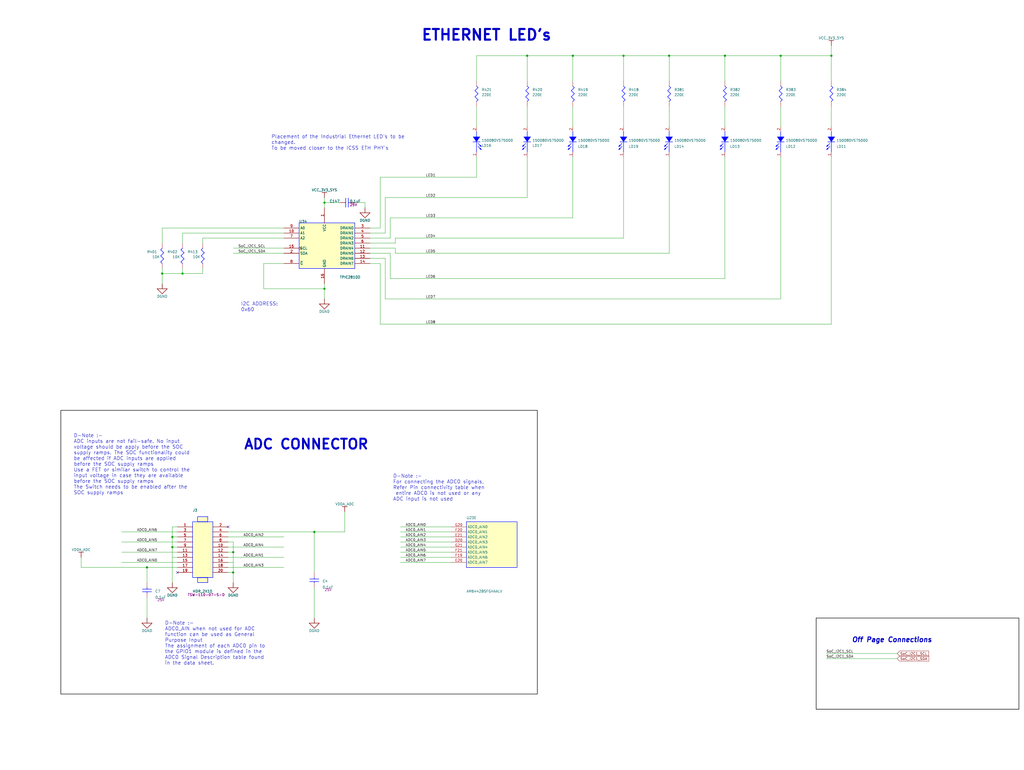
<source format=kicad_sch>
(kicad_sch (version 20231120) (generator "eeschema") (generator_version "8.0")
  (paper "User" 513.08 386.08)
  (junction (at 312.42 27.94))
  (junction (at 116.84 276.86))
  (junction (at 73.66 284.48))
  (junction (at 91.44 137.16))
  (junction (at 391.16 27.94))
  (junction (at 416.56 27.94))
  (junction (at 81.28 137.16))
  (junction (at 162.56 144.78))
  (junction (at 116.84 287.02))
  (junction (at 157.48 266.7))
  (junction (at 335.28 27.94))
  (junction (at 264.16 27.94))
  (junction (at 363.22 27.94))
  (junction (at 86.36 274.32))
  (junction (at 86.36 269.24))
  (junction (at 287.02 27.94))
  (junction (at 162.56 101.6))
  (no_connect (at 88.9 287.02))
  (no_connect (at 114.3 264.16))
  (wire (pts (xy 185.42 124.46) (xy 198.12 124.46)))
  (wire (pts (xy 162.56 104.14) (xy 162.56 101.6)))
  (wire (pts (xy 312.42 27.94) (xy 335.28 27.94)))
  (wire (pts (xy 182.88 101.6) (xy 177.8 101.6)))
  (wire (pts (xy 157.48 309.88) (xy 157.48 294.64)))
  (wire (pts (xy 73.66 284.48) (xy 88.9 284.48)))
  (wire (pts (xy 162.56 101.6) (xy 162.56 99.06)))
  (wire (pts (xy 226.06 269.24) (xy 200.66 269.24)))
  (wire (pts (xy 185.42 116.84) (xy 193.04 116.84)))
  (wire (pts (xy 198.12 124.46) (xy 198.12 127)))
  (wire (pts (xy 226.06 271.78) (xy 200.66 271.78)))
  (wire (pts (xy 86.36 279.4) (xy 86.36 274.32)))
  (wire (pts (xy 40.64 284.48) (xy 73.66 284.48)))
  (wire (pts (xy 81.28 114.3) (xy 81.28 121.92)))
  (wire (pts (xy 312.42 119.38) (xy 312.42 78.74)))
  (wire (pts (xy 157.48 266.7) (xy 172.72 266.7)))
  (wire (pts (xy 195.58 109.22) (xy 287.02 109.22)))
  (wire (pts (xy 101.6 121.92) (xy 101.6 119.38)))
  (wire (pts (xy 116.84 281.94) (xy 116.84 276.86)))
  (wire (pts (xy 238.76 40.64) (xy 238.76 27.94)))
  (wire (pts (xy 195.58 127) (xy 185.42 127)))
  (wire (pts (xy 86.36 274.32) (xy 88.9 274.32)))
  (wire (pts (xy 142.24 127) (xy 116.84 127)))
  (wire (pts (xy 142.24 279.4) (xy 114.3 279.4)))
  (wire (pts (xy 226.06 266.7) (xy 200.66 266.7)))
  (wire (pts (xy 114.3 266.7) (xy 157.48 266.7)))
  (wire (pts (xy 142.24 116.84) (xy 91.44 116.84)))
  (wire (pts (xy 198.12 119.38) (xy 312.42 119.38)))
  (wire (pts (xy 185.42 119.38) (xy 195.58 119.38)))
  (wire (pts (xy 86.36 279.4) (xy 86.36 292.1)))
  (wire (pts (xy 116.84 287.02) (xy 116.84 281.94)))
  (wire (pts (xy 185.42 121.92) (xy 198.12 121.92)))
  (wire (pts (xy 198.12 121.92) (xy 198.12 119.38)))
  (wire (pts (xy 172.72 266.7) (xy 172.72 256.54)))
  (wire (pts (xy 416.56 63.5) (xy 416.56 53.34)))
  (wire (pts (xy 287.02 40.64) (xy 287.02 27.94)))
  (wire (pts (xy 91.44 116.84) (xy 91.44 121.92)))
  (wire (pts (xy 335.28 127) (xy 335.28 78.74)))
  (wire (pts (xy 86.36 274.32) (xy 86.36 269.24)))
  (wire (pts (xy 162.56 149.86) (xy 162.56 144.78)))
  (wire (pts (xy 86.36 269.24) (xy 86.36 264.16)))
  (wire (pts (xy 193.04 129.54) (xy 193.04 149.86)))
  (wire (pts (xy 142.24 124.46) (xy 116.84 124.46)))
  (wire (pts (xy 226.06 276.86) (xy 200.66 276.86)))
  (wire (pts (xy 142.24 274.32) (xy 114.3 274.32)))
  (wire (pts (xy 40.64 279.4) (xy 40.64 284.48)))
  (wire (pts (xy 238.76 88.9) (xy 238.76 78.74)))
  (wire (pts (xy 264.16 63.5) (xy 264.16 53.34)))
  (wire (pts (xy 416.56 27.94) (xy 416.56 22.86)))
  (wire (pts (xy 142.24 269.24) (xy 114.3 269.24)))
  (wire (pts (xy 226.06 279.4) (xy 200.66 279.4)))
  (wire (pts (xy 449.58 327.66) (xy 414.02 327.66)))
  (wire (pts (xy 88.9 279.4) (xy 86.36 279.4)))
  (wire (pts (xy 193.04 99.06) (xy 264.16 99.06)))
  (wire (pts (xy 226.06 281.94) (xy 200.66 281.94)))
  (wire (pts (xy 287.02 63.5) (xy 287.02 53.34)))
  (wire (pts (xy 157.48 287.02) (xy 157.48 266.7)))
  (wire (pts (xy 264.16 27.94) (xy 287.02 27.94)))
  (wire (pts (xy 195.58 139.7) (xy 195.58 127)))
  (wire (pts (xy 391.16 149.86) (xy 391.16 78.74)))
  (wire (pts (xy 88.9 266.7) (xy 60.96 266.7)))
  (wire (pts (xy 416.56 40.64) (xy 416.56 27.94)))
  (wire (pts (xy 335.28 40.64) (xy 335.28 27.94)))
  (wire (pts (xy 162.56 144.78) (xy 162.56 142.24)))
  (wire (pts (xy 193.04 149.86) (xy 391.16 149.86)))
  (wire (pts (xy 73.66 309.88) (xy 73.66 299.72)))
  (wire (pts (xy 190.5 114.3) (xy 190.5 88.9)))
  (wire (pts (xy 116.84 276.86) (xy 114.3 276.86)))
  (wire (pts (xy 190.5 132.08) (xy 190.5 162.56)))
  (wire (pts (xy 312.42 63.5) (xy 312.42 53.34)))
  (wire (pts (xy 142.24 132.08) (xy 132.08 132.08)))
  (wire (pts (xy 363.22 139.7) (xy 195.58 139.7)))
  (wire (pts (xy 185.42 129.54) (xy 193.04 129.54)))
  (wire (pts (xy 91.44 137.16) (xy 101.6 137.16)))
  (wire (pts (xy 142.24 284.48) (xy 114.3 284.48)))
  (wire (pts (xy 193.04 116.84) (xy 193.04 99.06)))
  (wire (pts (xy 116.84 287.02) (xy 114.3 287.02)))
  (wire (pts (xy 264.16 99.06) (xy 264.16 78.74)))
  (wire (pts (xy 449.58 330.2) (xy 414.02 330.2)))
  (wire (pts (xy 142.24 114.3) (xy 81.28 114.3)))
  (wire (pts (xy 81.28 142.24) (xy 81.28 137.16)))
  (wire (pts (xy 81.28 137.16) (xy 81.28 134.62)))
  (wire (pts (xy 88.9 271.78) (xy 60.96 271.78)))
  (wire (pts (xy 264.16 40.64) (xy 264.16 27.94)))
  (wire (pts (xy 391.16 27.94) (xy 416.56 27.94)))
  (wire (pts (xy 335.28 63.5) (xy 335.28 53.34)))
  (wire (pts (xy 116.84 276.86) (xy 116.84 271.78)))
  (wire (pts (xy 287.02 27.94) (xy 312.42 27.94)))
  (wire (pts (xy 86.36 269.24) (xy 88.9 269.24)))
  (wire (pts (xy 101.6 137.16) (xy 101.6 134.62)))
  (wire (pts (xy 101.6 119.38) (xy 142.24 119.38)))
  (wire (pts (xy 73.66 292.1) (xy 73.66 284.48)))
  (wire (pts (xy 391.16 40.64) (xy 391.16 27.94)))
  (wire (pts (xy 114.3 281.94) (xy 116.84 281.94)))
  (wire (pts (xy 81.28 137.16) (xy 91.44 137.16)))
  (wire (pts (xy 363.22 63.5) (xy 363.22 53.34)))
  (wire (pts (xy 226.06 264.16) (xy 200.66 264.16)))
  (wire (pts (xy 185.42 114.3) (xy 190.5 114.3)))
  (wire (pts (xy 190.5 162.56) (xy 416.56 162.56)))
  (wire (pts (xy 116.84 292.1) (xy 116.84 287.02)))
  (wire (pts (xy 190.5 88.9) (xy 238.76 88.9)))
  (wire (pts (xy 91.44 137.16) (xy 91.44 134.62)))
  (wire (pts (xy 88.9 276.86) (xy 60.96 276.86)))
  (wire (pts (xy 363.22 40.64) (xy 363.22 27.94)))
  (wire (pts (xy 132.08 144.78) (xy 162.56 144.78)))
  (wire (pts (xy 132.08 132.08) (xy 132.08 144.78)))
  (wire (pts (xy 391.16 63.5) (xy 391.16 53.34)))
  (wire (pts (xy 185.42 132.08) (xy 190.5 132.08)))
  (wire (pts (xy 416.56 162.56) (xy 416.56 78.74)))
  (wire (pts (xy 116.84 271.78) (xy 114.3 271.78)))
  (wire (pts (xy 238.76 27.94) (xy 264.16 27.94)))
  (wire (pts (xy 287.02 109.22) (xy 287.02 78.74)))
  (wire (pts (xy 195.58 119.38) (xy 195.58 109.22)))
  (wire (pts (xy 198.12 127) (xy 335.28 127)))
  (wire (pts (xy 363.22 27.94) (xy 391.16 27.94)))
  (wire (pts (xy 86.36 264.16) (xy 88.9 264.16)))
  (wire (pts (xy 88.9 281.94) (xy 60.96 281.94)))
  (wire (pts (xy 335.28 27.94) (xy 363.22 27.94)))
  (wire (pts (xy 226.06 274.32) (xy 200.66 274.32)))
  (wire (pts (xy 182.88 104.14) (xy 182.88 101.6)))
  (wire (pts (xy 238.76 63.5) (xy 238.76 53.34)))
  (wire (pts (xy 363.22 78.74) (xy 363.22 139.7)))
  (wire (pts (xy 170.18 101.6) (xy 162.56 101.6)))
  (wire (pts (xy 312.42 40.64) (xy 312.42 27.94)))
  (rectangle (start 510.54 309.88) (end 408.94 355.6) (stroke (width 0.254) (color 0 0 0 1)))
  (rectangle (start 269.24 205.74) (end 30.48 347.98) (stroke (width 0.254) (color 0 0 0 1)))
  (text_box "I2C ADDRESS: 0x60\n" (at 146.05 153.416 0) (size -26.67 -3.556) (stroke (width -0.0001) (color 0 0 0 1)) (effects (font (size 1.778 1.778)) (justify left top)))
  (text_box "D-Note :-\nFor connecting the ADC0 signals, \nRefer Pin connectivity table when\n entire ADC0 is not used or any\nADC input is not used" (at 263.652 254 0) (size -68.072 -17.78) (stroke (width -0.0001) (color 0 0 0 1)) (effects (font (size 1.778 1.778)) (justify left top)))
  (text_box "Placement of the Industrial Ethernet LED's to be changed.\nTo be moved closer to the ICSS ETH PHY's" (at 214.122 73.152 0) (size -79.502 -7.112) (stroke (width -0.0001) (color 0 0 0 1)) (effects (font (size 1.778 1.778)) (justify left top)))
  (text_box "D-Note :-\nADC0_AIN when not used for ADC\nfunction can be used as General\nPurpose Input\nThe assignment of each ADC0 pin to\nthe GPIO1 module is defined in the\nADC0 Signal Description table found\nin the data sheet." (at 153.416 338.328 0) (size -72.136 -28.448) (stroke (width -0.0001) (color 0 0 0 1)) (effects (font (size 1.778 1.778)) (justify left top)))
  (text_box "D-Note :-\nADC inputs are not fail-safe. No input\nvoltage should be apply before the SOC\nsupply ramps. The SOC functionality could\nbe affected if ADC inputs are applied\nbefore the SOC supply ramps \nUse a FET or similar switch to control the\ninput voltage in case they are available\nbefore the SOC supply ramps\nThe Switch needs to be enabled after the\nSOC supply ramps" (at 121.92 255.016 0) (size -86.36 -39.116) (stroke (width -0.0001) (color 0 0 0 1)) (effects (font (size 1.778 1.778)) (justify left top)))
  (text "Off Page Connections" (at 426.72 322.326 0) (effects (font (size 2.413 2.413) (bold yes) (italic yes)) (justify left bottom)))
  (text "ADC CONNECTOR" (at 121.92 225.806 0) (effects (font (size 4.953 4.953) (bold yes)) (justify left bottom)))
  (text "ETHERNET LED's" (at 210.82 20.828 0) (effects (font (size 5.334 5.334) (bold yes)) (justify left bottom)))
  (label "ADC0_AIN6" (at 203.2 279.4 0))
  (label "ADC0_AIN2" (at 203.2 269.24 0))
  (label "ADC0_AIN4" (at 121.92 274.32 0))
  (label "ADC0_AIN5" (at 203.2 276.86 0))
  (label "SoC_I2C1_SCL" (at 119.38 124.46 0))
  (label "SoC_I2C1_SCL" (at 414.02 327.66 0))
  (label "LED5" (at 213.36 127 0))
  (label "ADC0_AIN7" (at 68.58 276.86 0))
  (label "LED4" (at 213.36 119.38 0))
  (label "ADC0_AIN3" (at 121.92 284.48 0))
  (label "ADC0_AIN7" (at 203.2 281.94 0))
  (label "SoC_I2C1_SDA" (at 119.38 127 0))
  (label "ADC0_AIN2" (at 121.92 269.24 0))
  (label "LED1" (at 213.36 88.9 0))
  (label "LED2" (at 213.36 99.06 0))
  (label "ADC0_AIN1" (at 203.2 266.7 0))
  (label "LED6" (at 213.36 139.7 0))
  (label "ADC0_AIN0" (at 203.2 264.16 0))
  (label "LED7" (at 213.36 149.86 0))
  (label "LED3" (at 213.36 109.22 0))
  (label "ADC0_AIN4" (at 203.2 274.32 0))
  (label "ADC0_AIN1" (at 121.92 279.4 0))
  (label "ADC0_AIN5" (at 68.58 271.78 0))
  (label "SoC_I2C1_SDA" (at 414.02 330.2 0))
  (label "ADC0_AIN3" (at 203.2 271.78 0))
  (label "ADC0_AIN6" (at 68.58 266.7 0))
  (label "LED8" (at 213.36 162.56 0))
  (label "ADC0_AIN0" (at 68.58 281.94 0))
  (global_label "SoC_I2C1_SCL" (shape input) (at 449.58 327.66 0) (property "Intersheetrefs" "${INTERSHEET_REFS}" (effects (hide yes))))
  (global_label "SoC_I2C1_SDA" (shape input) (at 449.58 330.2 0) (property "Intersheetrefs" "${INTERSHEET_REFS}" (effects (hide yes))))
  (symbol (lib_id "32-altium-import:root_3_mirrored_DIODE_LED") (at 330.2 66.04 0) (unit 1)
    (property "Reference" "LD14" (at 337.82 74.168 0) (effects (justify left bottom)))
    (property "Value" "150080VS75000" (at 337.82 71.12 0) (effects (justify left bottom)))
    (property "Footprint" "LED_150080VS75000_80X50_SMD_0-8" (effects (hide yes)))
    (property "Description" "DIODE LED BRIGHT GREEN SMD" (effects (hide yes)))
    (property "FOOTPRINT REF" "LED_150080VS75000_80X50_SMD_0-8" (effects (hide yes)))
    (property "MISTRAL PART NO" "130020080012-R" (effects (hide yes)))
    (property "PROJECT" "AM64x_EVM_BRD" (effects (hide yes)))
    (property "MFR_NAME" "WURTH ELECTRONICS" (effects (hide yes)))
    (property "MFR_PART_NUMBER" "150080VS75000" (effects (hide yes)))
    (property "PART_TYPE" "OPT~{O}LED" (effects (hide yes)))
    (property "TOLERANCE" "NA" (effects (hide yes)))
    (property "VOLTAGE" "NA" (effects (hide yes)))
    (property "WATTAGE" "NA" (effects (hide yes)))
    (property "PACKAGE" "SMD" (effects (hide yes)))
    (property "DISTRIBUTOR_NAME" "DIGIKEY" (effects (hide yes)))
    (property "DISTRIBUTOR_PART_NUMBER" "732-4986-1-ND" (effects (hide yes)))
    (property "LIBRARY REF" "DIODE_LED" (effects (hide yes)))
    (property "HEIGHT" "0.80MM" (effects (hide yes)))
    (property "WEIGHT" "10mg" (effects (hide yes)))
    (property "TEMPERATURE" "-40癈+85癈" (effects (hide yes)))
    (property "DATASHEET" "Y~{:}MIS_DATABAS~{E}DATASHEET~{S}DISCRETE~{S}LED~{S}150080VS75000.PDF" (effects (hide yes)))
    (property "CRTD /DATE" "ALVY/180820" (effects (hide yes)))
    (property "CHKD/DATE" "MANIRAJA/180820" (effects (hide yes)))
    (property "CUSTOMS_HS_CODE" "85439000" (effects (hide yes)))
    (property "CUSTOM_DUTY" "24%" (effects (hide yes)))
    (property "MECHANICAL 3D STEP FILE" "LED_150080VS75000_80X50_SMD_0-8" (effects (hide yes)))
    (property "LIBRARY PATH" "Y~{:}MIS_DATABAS~{E}Librar~{y}ALTIUM_TOO~{L}SCHEMATICS_PART~{S}MS_OPTO_Library.schlib" (effects (hide yes)))
    (property "FOOTPRINT PATH" "Y~{:}MIS_DATABAS~{E}Librar~{y}ALTIUM_TOO~{L}PCB_FOOTPRINT~{S}Altium_Footprint_Lib.PcbLib" (effects (hide yes)))
    (property "PCB FOOTPRINT" "LED_150080VS75000_80X50_SMD_0-8" (effects (hide yes)))
  )
  (symbol (lib_id "32-altium-import:root_1_CAP_Dup3") (at 172.72 104.14 0) (unit 1)
    (property "Reference" "C147" (at 165.1 101.6 0) (effects (justify left bottom)))
    (property "Value" "0.1uF" (at 175.26 101.6 0) (effects (justify left bottom)))
    (property "Footprint" "CAP0402_0-75" (effects (hide yes)))
    (property "Description" "CAP CERAMIC 0.1uF 25V 20% X5R 0402" (effects (hide yes)))
    (property "ALT_MFR_PART_NUMBER" "CC0402KRX5R8BB104" (effects (hide yes)))
    (property "MISTRAL PART NO" "120020080003-R" (effects (hide yes)))
    (property "PROJECT" "AM64x_EVM_BRD" (effects (hide yes)))
    (property "MFR_NAME" "WURTH ELECTRONICS" (effects (hide yes)))
    (property "MFR_PART_NUMBER" "885012105018" (effects (hide yes)))
    (property "PART_TYPE" "CAPACITOR~{S}CERAMIC" (effects (hide yes)))
    (property "TOLERANCE" "20%" (effects (hide yes)))
    (property "VOLTAGE" "25V" (at 175.26 103.378 0) (effects (justify left bottom)))
    (property "WATTAGE" "NA" (effects (hide yes)))
    (property "PACKAGE" "0402" (effects (hide yes)))
    (property "DISTRIBUTOR_NAME" "DIGIKEY" (effects (hide yes)))
    (property "DISTRIBUTOR_PART_NUMBER" "732-7495-1-ND" (effects (hide yes)))
    (property "HEIGHT" "0.55MM" (effects (hide yes)))
    (property "WEIGHT" "0.65mg" (effects (hide yes)))
    (property "TEMPERATURE" "-55癈+85癈" (effects (hide yes)))
    (property "DATASHEET" "Y~{:}MIS_DATABAS~{E}DATASHEET~{S}CAPACITOR~{S}885012105018.PDF" (effects (hide yes)))
    (property "CRTD /DATE" "ALVY/170820" (effects (hide yes)))
    (property "CHKD/DATE" "MANIRAJA/170820" (effects (hide yes)))
    (property "CUSTOMS_HS_CODE" "85322990" (effects (hide yes)))
    (property "CUSTOM_DUTY" "15%" (effects (hide yes)))
    (property "MECHANICAL 3D STEP FILE" "CAP0402_0-75" (effects (hide yes)))
    (property "LIBRARY REF" "CAP" (effects (hide yes)))
    (property "FOOTPRINT REF" "CAP0402_0-75" (effects (hide yes)))
    (property "LIBRARY PATH" "Y~{:}MIS_DATABAS~{E}Librar~{y}ALTIUM_TOO~{L}SCHEMATICS_PART~{S}MS_DISCRETE_Library.schlib" (effects (hide yes)))
    (property "FOOTPRINT PATH" "Y~{:}MIS_DATABAS~{E}Librar~{y}ALTIUM_TOO~{L}PCB_FOOTPRINT~{S}Altium_Footprint_Lib.PcbLib" (effects (hide yes)))
    (property "ALT_MFR_NAME" "YAGEO AMERICA" (effects (hide yes)))
    (property "PCB FOOTPRINT" "CAP0402_0-75" (effects (hide yes)))
  )
  (symbol (lib_id "32-altium-import:root_0_RESISTOR_Dup6") (at 261.62 43.18 0) (unit 1)
    (property "Reference" "R420" (at 266.7 45.72 0) (effects (justify left bottom)))
    (property "Value" "220E" (at 266.7 48.26 0) (effects (justify left bottom)))
    (property "Footprint" "RES0402_0-5" (effects (hide yes)))
    (property "Description" "RES 220E 1/10W 5% 0402" (effects (hide yes)))
    (property "FOOTPRINT REF" "RES0402_0-5" (effects (hide yes)))
    (property "CUSTOM_DUTY" "15%" (effects (hide yes)))
    (property "CUSTOMS_HS_CODE" "85332119" (effects (hide yes)))
    (property "CHKD/DATE" "VASANTHA/291216" (effects (hide yes)))
    (property "CRTD /DATE" "GEETHA/260406" (effects (hide yes)))
    (property "DATASHEET" "Y~{:}MIS_DATABAS~{E}DATASHEET~{S}RESISTOR~{S}PAN-ERJSER_NOV17.PDF" (effects (hide yes)))
    (property "HEIGHT" "0.40MM" (effects (hide yes)))
    (property "DISTRIBUTOR_PART_NUMBER" "P220JCT-ND" (effects (hide yes)))
    (property "DISTRIBUTOR_NAME" "DIGIKEY" (effects (hide yes)))
    (property "PACKAGE" "0402" (effects (hide yes)))
    (property "WATTAGE" "1/10W" (effects (hide yes)))
    (property "TOLERANCE" "5%" (effects (hide yes)))
    (property "PART_TYPE" "RESISTOR~{S}FIXED" (effects (hide yes)))
    (property "MFR_PART_NUMBER" "ERJ-2GEJ221X" (effects (hide yes)))
    (property "MFR_NAME" "PANASONIC-ECG" (effects (hide yes)))
    (property "PROJECT" "RED EYE" (effects (hide yes)))
    (property "MISTRAL PART NO" "110009030506-R" (effects (hide yes)))
    (property "LIBRARY REF" "RESISTOR" (effects (hide yes)))
    (property "VOLTAGE" "NA" (effects (hide yes)))
    (property "WEIGHT" "0.8mg" (effects (hide yes)))
    (property "TEMPERATURE" "-55癈+155癈" (effects (hide yes)))
    (property "MECHANICAL 3D STEP FILE" "RES0402_0-5" (effects (hide yes)))
    (property "LIBRARY PATH" "Y~{:}MIS_DATABAS~{E}Librar~{y}ALTIUM_TOO~{L}SCHEMATICS_PART~{S}MS_DISCRETE_Library.schlib" (effects (hide yes)))
    (property "FOOTPRINT PATH" "Y~{:}MIS_DATABAS~{E}Librar~{y}ALTIUM_TOO~{L}PCB_FOOTPRINT~{S}Altium_Footprint_Lib.PcbLib" (effects (hide yes)))
    (property "PCB FOOTPRINT" "RES0402_0-5" (effects (hide yes)))
  )
  (symbol (lib_id "32-altium-import:root_3_mirrored_DIODE_LED") (at 411.48 66.04 0) (unit 1)
    (property "Reference" "LD11" (at 419.1 74.168 0) (effects (justify left bottom)))
    (property "Value" "150080VS75000" (at 419.1 71.12 0) (effects (justify left bottom)))
    (property "Footprint" "LED_150080VS75000_80X50_SMD_0-8" (effects (hide yes)))
    (property "Description" "DIODE LED BRIGHT GREEN SMD" (effects (hide yes)))
    (property "FOOTPRINT PATH" "Y~{:}MIS_DATABAS~{E}Librar~{y}ALTIUM_TOO~{L}PCB_FOOTPRINT~{S}Altium_Footprint_Lib.PcbLib" (effects (hide yes)))
    (property "LIBRARY PATH" "Y~{:}MIS_DATABAS~{E}Librar~{y}ALTIUM_TOO~{L}SCHEMATICS_PART~{S}MS_OPTO_Library.schlib" (effects (hide yes)))
    (property "MECHANICAL 3D STEP FILE" "LED_150080VS75000_80X50_SMD_0-8" (effects (hide yes)))
    (property "CUSTOM_DUTY" "24%" (effects (hide yes)))
    (property "CUSTOMS_HS_CODE" "85439000" (effects (hide yes)))
    (property "CHKD/DATE" "MANIRAJA/180820" (effects (hide yes)))
    (property "CRTD /DATE" "ALVY/180820" (effects (hide yes)))
    (property "DATASHEET" "Y~{:}MIS_DATABAS~{E}DATASHEET~{S}DISCRETE~{S}LED~{S}150080VS75000.PDF" (effects (hide yes)))
    (property "TEMPERATURE" "-40癈+85癈" (effects (hide yes)))
    (property "WEIGHT" "10mg" (effects (hide yes)))
    (property "HEIGHT" "0.80MM" (effects (hide yes)))
    (property "LIBRARY REF" "DIODE_LED" (effects (hide yes)))
    (property "DISTRIBUTOR_PART_NUMBER" "732-4986-1-ND" (effects (hide yes)))
    (property "DISTRIBUTOR_NAME" "DIGIKEY" (effects (hide yes)))
    (property "PACKAGE" "SMD" (effects (hide yes)))
    (property "WATTAGE" "NA" (effects (hide yes)))
    (property "VOLTAGE" "NA" (effects (hide yes)))
    (property "TOLERANCE" "NA" (effects (hide yes)))
    (property "PART_TYPE" "OPT~{O}LED" (effects (hide yes)))
    (property "MFR_PART_NUMBER" "150080VS75000" (effects (hide yes)))
    (property "MFR_NAME" "WURTH ELECTRONICS" (effects (hide yes)))
    (property "PROJECT" "AM64x_EVM_BRD" (effects (hide yes)))
    (property "MISTRAL PART NO" "130020080012-R" (effects (hide yes)))
    (property "FOOTPRINT REF" "LED_150080VS75000_80X50_SMD_0-8" (effects (hide yes)))
    (property "PCB FOOTPRINT" "LED_150080VS75000_80X50_SMD_0-8" (effects (hide yes)))
  )
  (symbol (lib_id "32-altium-import:root_0_RESISTOR_Dup6") (at 236.22 43.18 0) (unit 1)
    (property "Reference" "R421" (at 241.3 45.72 0) (effects (justify left bottom)))
    (property "Value" "220E" (at 241.3 48.26 0) (effects (justify left bottom)))
    (property "Footprint" "RES0402_0-5" (effects (hide yes)))
    (property "Description" "RES 220E 1/10W 5% 0402" (effects (hide yes)))
    (property "FOOTPRINT REF" "RES0402_0-5" (effects (hide yes)))
    (property "CUSTOM_DUTY" "15%" (effects (hide yes)))
    (property "CUSTOMS_HS_CODE" "85332119" (effects (hide yes)))
    (property "CHKD/DATE" "VASANTHA/291216" (effects (hide yes)))
    (property "CRTD /DATE" "GEETHA/260406" (effects (hide yes)))
    (property "DATASHEET" "Y~{:}MIS_DATABAS~{E}DATASHEET~{S}RESISTOR~{S}PAN-ERJSER_NOV17.PDF" (effects (hide yes)))
    (property "HEIGHT" "0.40MM" (effects (hide yes)))
    (property "DISTRIBUTOR_PART_NUMBER" "P220JCT-ND" (effects (hide yes)))
    (property "DISTRIBUTOR_NAME" "DIGIKEY" (effects (hide yes)))
    (property "PACKAGE" "0402" (effects (hide yes)))
    (property "WATTAGE" "1/10W" (effects (hide yes)))
    (property "TOLERANCE" "5%" (effects (hide yes)))
    (property "PART_TYPE" "RESISTOR~{S}FIXED" (effects (hide yes)))
    (property "MFR_PART_NUMBER" "ERJ-2GEJ221X" (effects (hide yes)))
    (property "MFR_NAME" "PANASONIC-ECG" (effects (hide yes)))
    (property "PROJECT" "RED EYE" (effects (hide yes)))
    (property "MISTRAL PART NO" "110009030506-R" (effects (hide yes)))
    (property "LIBRARY REF" "RESISTOR" (effects (hide yes)))
    (property "VOLTAGE" "NA" (effects (hide yes)))
    (property "WEIGHT" "0.8mg" (effects (hide yes)))
    (property "TEMPERATURE" "-55癈+155癈" (effects (hide yes)))
    (property "MECHANICAL 3D STEP FILE" "RES0402_0-5" (effects (hide yes)))
    (property "LIBRARY PATH" "Y~{:}MIS_DATABAS~{E}Librar~{y}ALTIUM_TOO~{L}SCHEMATICS_PART~{S}MS_DISCRETE_Library.schlib" (effects (hide yes)))
    (property "FOOTPRINT PATH" "Y~{:}MIS_DATABAS~{E}Librar~{y}ALTIUM_TOO~{L}PCB_FOOTPRINT~{S}Altium_Footprint_Lib.PcbLib" (effects (hide yes)))
    (property "PCB FOOTPRINT" "RES0402_0-5" (effects (hide yes)))
  )
  (symbol (lib_id "32-altium-import:DGND_SIGNAL_GROUND") (at 182.88 104.14 0) (unit 1)
    (property "Reference" "#PWR?" (effects (hide yes)))
    (property "Value" "DGND" (at 182.88 110.49 0))
  )
  (symbol (lib_id "32-altium-import:VDDA_ADC_BAR") (at 172.72 256.54 180) (unit 1)
    (property "Reference" "#PWR?" (effects (hide yes)))
    (property "Value" "VDDA_ADC" (at 172.72 252.73 0))
  )
  (symbol (lib_id "32-altium-import:root_2_CAP_Dup3") (at 76.2 297.18 0) (unit 1)
    (property "Reference" "C7" (at 77.724 297.18 0) (effects (justify left bottom)))
    (property "Value" "0.1uF" (at 77.724 300.228 0) (effects (justify left bottom)))
    (property "Footprint" "CAP0402_0-75" (effects (hide yes)))
    (property "Description" "CAP CERAMIC 0.1uF 25V 20% X5R 0402" (effects (hide yes)))
    (property "ALT_MFR_NAME" "YAGEO AMERICA" (effects (hide yes)))
    (property "FOOTPRINT PATH" "Y~{:}MIS_DATABAS~{E}Librar~{y}ALTIUM_TOO~{L}PCB_FOOTPRINT~{S}Altium_Footprint_Lib.PcbLib" (effects (hide yes)))
    (property "LIBRARY PATH" "Y~{:}MIS_DATABAS~{E}Librar~{y}ALTIUM_TOO~{L}SCHEMATICS_PART~{S}MS_DISCRETE_Library.schlib" (effects (hide yes)))
    (property "FOOTPRINT REF" "CAP0402_0-75" (effects (hide yes)))
    (property "LIBRARY REF" "CAP" (effects (hide yes)))
    (property "MECHANICAL 3D STEP FILE" "CAP0402_0-75" (effects (hide yes)))
    (property "CUSTOM_DUTY" "15%" (effects (hide yes)))
    (property "CUSTOMS_HS_CODE" "85322990" (effects (hide yes)))
    (property "CHKD/DATE" "MANIRAJA/170820" (effects (hide yes)))
    (property "CRTD /DATE" "ALVY/170820" (effects (hide yes)))
    (property "DATASHEET" "Y~{:}MIS_DATABAS~{E}DATASHEET~{S}CAPACITOR~{S}885012105018.PDF" (effects (hide yes)))
    (property "TEMPERATURE" "-55癈+85癈" (effects (hide yes)))
    (property "WEIGHT" "0.65mg" (effects (hide yes)))
    (property "HEIGHT" "0.55MM" (effects (hide yes)))
    (property "DISTRIBUTOR_PART_NUMBER" "732-7495-1-ND" (effects (hide yes)))
    (property "DISTRIBUTOR_NAME" "DIGIKEY" (effects (hide yes)))
    (property "PACKAGE" "0402" (effects (hide yes)))
    (property "WATTAGE" "NA" (effects (hide yes)))
    (property "VOLTAGE" "25V" (at 78.74 301.498 0) (effects (justify left bottom)))
    (property "TOLERANCE" "20%" (effects (hide yes)))
    (property "PART_TYPE" "CAPACITOR~{S}CERAMIC" (effects (hide yes)))
    (property "MFR_PART_NUMBER" "885012105018" (effects (hide yes)))
    (property "MFR_NAME" "WURTH ELECTRONICS" (effects (hide yes)))
    (property "PROJECT" "AM64x_EVM_BRD" (effects (hide yes)))
    (property "MISTRAL PART NO" "120020080003-R" (effects (hide yes)))
    (property "ALT_MFR_PART_NUMBER" "CC0402KRX5R8BB104" (effects (hide yes)))
    (property "PCB FOOTPRINT" "CAP0402_0-75" (effects (hide yes)))
  )
  (symbol (lib_id "32-altium-import:root_3_mirrored_DIODE_LED") (at 358.14 66.04 0) (unit 1)
    (property "Reference" "LD13" (at 365.76 74.168 0) (effects (justify left bottom)))
    (property "Value" "150080VS75000" (at 365.76 71.12 0) (effects (justify left bottom)))
    (property "Footprint" "LED_150080VS75000_80X50_SMD_0-8" (effects (hide yes)))
    (property "Description" "DIODE LED BRIGHT GREEN SMD" (effects (hide yes)))
    (property "FOOTPRINT PATH" "Y~{:}MIS_DATABAS~{E}Librar~{y}ALTIUM_TOO~{L}PCB_FOOTPRINT~{S}Altium_Footprint_Lib.PcbLib" (effects (hide yes)))
    (property "LIBRARY PATH" "Y~{:}MIS_DATABAS~{E}Librar~{y}ALTIUM_TOO~{L}SCHEMATICS_PART~{S}MS_OPTO_Library.schlib" (effects (hide yes)))
    (property "MECHANICAL 3D STEP FILE" "LED_150080VS75000_80X50_SMD_0-8" (effects (hide yes)))
    (property "CUSTOM_DUTY" "24%" (effects (hide yes)))
    (property "CUSTOMS_HS_CODE" "85439000" (effects (hide yes)))
    (property "CHKD/DATE" "MANIRAJA/180820" (effects (hide yes)))
    (property "CRTD /DATE" "ALVY/180820" (effects (hide yes)))
    (property "DATASHEET" "Y~{:}MIS_DATABAS~{E}DATASHEET~{S}DISCRETE~{S}LED~{S}150080VS75000.PDF" (effects (hide yes)))
    (property "TEMPERATURE" "-40癈+85癈" (effects (hide yes)))
    (property "WEIGHT" "10mg" (effects (hide yes)))
    (property "HEIGHT" "0.80MM" (effects (hide yes)))
    (property "LIBRARY REF" "DIODE_LED" (effects (hide yes)))
    (property "DISTRIBUTOR_PART_NUMBER" "732-4986-1-ND" (effects (hide yes)))
    (property "DISTRIBUTOR_NAME" "DIGIKEY" (effects (hide yes)))
    (property "PACKAGE" "SMD" (effects (hide yes)))
    (property "WATTAGE" "NA" (effects (hide yes)))
    (property "VOLTAGE" "NA" (effects (hide yes)))
    (property "TOLERANCE" "NA" (effects (hide yes)))
    (property "PART_TYPE" "OPT~{O}LED" (effects (hide yes)))
    (property "MFR_PART_NUMBER" "150080VS75000" (effects (hide yes)))
    (property "MFR_NAME" "WURTH ELECTRONICS" (effects (hide yes)))
    (property "PROJECT" "AM64x_EVM_BRD" (effects (hide yes)))
    (property "MISTRAL PART NO" "130020080012-R" (effects (hide yes)))
    (property "FOOTPRINT REF" "LED_150080VS75000_80X50_SMD_0-8" (effects (hide yes)))
    (property "PCB FOOTPRINT" "LED_150080VS75000_80X50_SMD_0-8" (effects (hide yes)))
  )
  (symbol (lib_id "32-altium-import:DGND_SIGNAL_GROUND") (at 157.48 309.88 0) (unit 1)
    (property "Reference" "#PWR?" (effects (hide yes)))
    (property "Value" "DGND" (at 157.48 316.23 0))
  )
  (symbol (lib_id "32-altium-import:VDDA_ADC_BAR") (at 40.64 279.4 180) (unit 1)
    (property "Reference" "#PWR?" (effects (hide yes)))
    (property "Value" "VDDA_ADC" (at 40.64 275.59 0))
  )
  (symbol (lib_id "32-altium-import:root_3_DIODE_LED") (at 243.84 66.04 0) (unit 1)
    (property "Reference" "LD16" (at 241.3 73.66 0) (effects (justify left bottom)))
    (property "Value" "150080VS75000" (at 241.3 71.12 0) (effects (justify left bottom)))
    (property "Footprint" "LED_150080VS75000_80X50_SMD_0-8" (effects (hide yes)))
    (property "Description" "DIODE LED BRIGHT GREEN SMD" (effects (hide yes)))
    (property "FOOTPRINT PATH" "Y~{:}MIS_DATABAS~{E}Librar~{y}ALTIUM_TOO~{L}PCB_FOOTPRINT~{S}Altium_Footprint_Lib.PcbLib" (effects (hide yes)))
    (property "LIBRARY PATH" "Y~{:}MIS_DATABAS~{E}Librar~{y}ALTIUM_TOO~{L}SCHEMATICS_PART~{S}MS_OPTO_Library.schlib" (effects (hide yes)))
    (property "MECHANICAL 3D STEP FILE" "LED_150080VS75000_80X50_SMD_0-8" (effects (hide yes)))
    (property "CUSTOM_DUTY" "24%" (effects (hide yes)))
    (property "CUSTOMS_HS_CODE" "85439000" (effects (hide yes)))
    (property "CHKD/DATE" "MANIRAJA/180820" (effects (hide yes)))
    (property "CRTD /DATE" "ALVY/180820" (effects (hide yes)))
    (property "DATASHEET" "Y~{:}MIS_DATABAS~{E}DATASHEET~{S}DISCRETE~{S}LED~{S}150080VS75000.PDF" (effects (hide yes)))
    (property "TEMPERATURE" "-40癈+85癈" (effects (hide yes)))
    (property "WEIGHT" "10mg" (effects (hide yes)))
    (property "HEIGHT" "0.80MM" (effects (hide yes)))
    (property "LIBRARY REF" "DIODE_LED" (effects (hide yes)))
    (property "DISTRIBUTOR_PART_NUMBER" "732-4986-1-ND" (effects (hide yes)))
    (property "DISTRIBUTOR_NAME" "DIGIKEY" (effects (hide yes)))
    (property "PACKAGE" "SMD" (effects (hide yes)))
    (property "WATTAGE" "NA" (effects (hide yes)))
    (property "VOLTAGE" "NA" (effects (hide yes)))
    (property "TOLERANCE" "NA" (effects (hide yes)))
    (property "PART_TYPE" "OPT~{O}LED" (effects (hide yes)))
    (property "MFR_PART_NUMBER" "150080VS75000" (effects (hide yes)))
    (property "MFR_NAME" "WURTH ELECTRONICS" (effects (hide yes)))
    (property "PROJECT" "AM64x_EVM_BRD" (effects (hide yes)))
    (property "MISTRAL PART NO" "130020080012-R" (effects (hide yes)))
    (property "FOOTPRINT REF" "LED_150080VS75000_80X50_SMD_0-8" (effects (hide yes)))
    (property "PCB FOOTPRINT" "LED_150080VS75000_80X50_SMD_0-8" (effects (hide yes)))
  )
  (symbol (lib_id "32-altium-import:root_2_RESISTOR_Dup6") (at 104.14 132.08 0) (unit 1)
    (property "Reference" "R413" (at 93.98 127 0) (effects (justify left bottom)))
    (property "Value" "10K" (at 96.52 129.54 0) (effects (justify left bottom)))
    (property "Footprint" "RES0402_0-5" (effects (hide yes)))
    (property "Description" "RES 10K 1/16W 5% 0402" (effects (hide yes)))
    (property "FOOTPRINT PATH" "Y~{:}MIS_DATABAS~{E}Librar~{y}ALTIUM_TOO~{L}PCB_FOOTPRINT~{S}Altium_Footprint_Lib.PcbLib" (effects (hide yes)))
    (property "LIBRARY PATH" "Y~{:}MIS_DATABAS~{E}Librar~{y}ALTIUM_TOO~{L}SCHEMATICS_PART~{S}MS_DISCRETE_Library.schlib" (effects (hide yes)))
    (property "FOOTPRINT REF" "RES0402_0-5" (effects (hide yes)))
    (property "LIBRARY REF" "RESISTOR" (effects (hide yes)))
    (property "MECHANICAL 3D STEP FILE" "RES0402_0-5" (effects (hide yes)))
    (property "CUSTOM_DUTY" "15%" (effects (hide yes)))
    (property "CUSTOMS_HS_CODE" "85332119" (effects (hide yes)))
    (property "CHKD/DATE" "VASANTHA/061216" (effects (hide yes)))
    (property "CRTD /DATE" "MAZHAR/230805" (effects (hide yes)))
    (property "DATASHEET" "Y~{:}MIS_DATABAS~{E}DATASHEET~{S}RESISTOR~{S}RCXXXXL-SER_MAR18.PDF" (effects (hide yes)))
    (property "TEMPERATURE" "-55癈+155癈" (effects (hide yes)))
    (property "WEIGHT" "0.65mg" (effects (hide yes)))
    (property "HEIGHT" "0.40MM" (effects (hide yes)))
    (property "DISTRIBUTOR_PART_NUMBER" "311-10KJRCT-ND" (effects (hide yes)))
    (property "DISTRIBUTOR_NAME" "DIGIKEY" (effects (hide yes)))
    (property "PACKAGE" "0402" (effects (hide yes)))
    (property "WATTAGE" "1/16W" (effects (hide yes)))
    (property "VOLTAGE" "NA" (effects (hide yes)))
    (property "TOLERANCE" "5%" (effects (hide yes)))
    (property "PART_TYPE" "RESISTOR~{S}FIXED" (effects (hide yes)))
    (property "MFR_PART_NUMBER" "RC0402JR-0710KL" (effects (hide yes)))
    (property "MFR_NAME" "YAGEO AMERICA" (effects (hide yes)))
    (property "PROJECT" "HSE" (effects (hide yes)))
    (property "MISTRAL PART NO" "110011060021-R" (effects (hide yes)))
    (property "PCB FOOTPRINT" "RES0402_0-5" (effects (hide yes)))
  )
  (symbol (lib_id "32-altium-import:root_2_RESISTOR_Dup6") (at 93.98 132.08 0) (unit 1)
    (property "Reference" "R402" (at 83.82 127 0) (effects (justify left bottom)))
    (property "Value" "10K" (at 86.36 129.54 0) (effects (justify left bottom)))
    (property "Footprint" "RES0402_0-5" (effects (hide yes)))
    (property "Description" "RES 10K 1/16W 5% 0402" (effects (hide yes)))
    (property "MECHANICAL 3D STEP FILE" "RES0402_0-5" (effects (hide yes)))
    (property "CUSTOM_DUTY" "15%" (effects (hide yes)))
    (property "CUSTOMS_HS_CODE" "85332119" (effects (hide yes)))
    (property "CHKD/DATE" "VASANTHA/061216" (effects (hide yes)))
    (property "CRTD /DATE" "MAZHAR/230805" (effects (hide yes)))
    (property "DATASHEET" "Y~{:}MIS_DATABAS~{E}DATASHEET~{S}RESISTOR~{S}RCXXXXL-SER_MAR18.PDF" (effects (hide yes)))
    (property "TEMPERATURE" "-55癈+155癈" (effects (hide yes)))
    (property "WEIGHT" "0.65mg" (effects (hide yes)))
    (property "HEIGHT" "0.40MM" (effects (hide yes)))
    (property "DISTRIBUTOR_PART_NUMBER" "311-10KJRCT-ND" (effects (hide yes)))
    (property "DISTRIBUTOR_NAME" "DIGIKEY" (effects (hide yes)))
    (property "PACKAGE" "0402" (effects (hide yes)))
    (property "WATTAGE" "1/16W" (effects (hide yes)))
    (property "VOLTAGE" "NA" (effects (hide yes)))
    (property "TOLERANCE" "5%" (effects (hide yes)))
    (property "PART_TYPE" "RESISTOR~{S}FIXED" (effects (hide yes)))
    (property "MFR_PART_NUMBER" "RC0402JR-0710KL" (effects (hide yes)))
    (property "MFR_NAME" "YAGEO AMERICA" (effects (hide yes)))
    (property "PROJECT" "HSE" (effects (hide yes)))
    (property "MISTRAL PART NO" "110011060021-R" (effects (hide yes)))
    (property "LIBRARY REF" "RESISTOR" (effects (hide yes)))
    (property "FOOTPRINT REF" "RES0402_0-5" (effects (hide yes)))
    (property "LIBRARY PATH" "Y~{:}MIS_DATABAS~{E}Librar~{y}ALTIUM_TOO~{L}SCHEMATICS_PART~{S}MS_DISCRETE_Library.schlib" (effects (hide yes)))
    (property "FOOTPRINT PATH" "Y~{:}MIS_DATABAS~{E}Librar~{y}ALTIUM_TOO~{L}PCB_FOOTPRINT~{S}Altium_Footprint_Lib.PcbLib" (effects (hide yes)))
    (property "PCB FOOTPRINT" "RES0402_0-5" (effects (hide yes)))
  )
  (symbol (lib_id "32-altium-import:DGND_SIGNAL_GROUND") (at 116.84 292.1 0) (unit 1)
    (property "Reference" "#PWR?" (effects (hide yes)))
    (property "Value" "DGND" (at 116.84 298.45 0))
  )
  (symbol (lib_id "32-altium-import:root_0_RESISTOR_Dup6") (at 360.68 43.18 0) (unit 1)
    (property "Reference" "R382" (at 365.76 45.72 0) (effects (justify left bottom)))
    (property "Value" "220E" (at 365.76 48.26 0) (effects (justify left bottom)))
    (property "Footprint" "RES0402_0-5" (effects (hide yes)))
    (property "Description" "RES 220E 1/10W 5% 0402" (effects (hide yes)))
    (property "FOOTPRINT PATH" "Y~{:}MIS_DATABAS~{E}Librar~{y}ALTIUM_TOO~{L}PCB_FOOTPRINT~{S}Altium_Footprint_Lib.PcbLib" (effects (hide yes)))
    (property "LIBRARY PATH" "Y~{:}MIS_DATABAS~{E}Librar~{y}ALTIUM_TOO~{L}SCHEMATICS_PART~{S}MS_DISCRETE_Library.schlib" (effects (hide yes)))
    (property "MECHANICAL 3D STEP FILE" "RES0402_0-5" (effects (hide yes)))
    (property "TEMPERATURE" "-55癈+155癈" (effects (hide yes)))
    (property "WEIGHT" "0.8mg" (effects (hide yes)))
    (property "VOLTAGE" "NA" (effects (hide yes)))
    (property "LIBRARY REF" "RESISTOR" (effects (hide yes)))
    (property "CUSTOM_DUTY" "15%" (effects (hide yes)))
    (property "CUSTOMS_HS_CODE" "85332119" (effects (hide yes)))
    (property "CHKD/DATE" "VASANTHA/291216" (effects (hide yes)))
    (property "CRTD /DATE" "GEETHA/260406" (effects (hide yes)))
    (property "DATASHEET" "Y~{:}MIS_DATABAS~{E}DATASHEET~{S}RESISTOR~{S}PAN-ERJSER_NOV17.PDF" (effects (hide yes)))
    (property "HEIGHT" "0.40MM" (effects (hide yes)))
    (property "DISTRIBUTOR_PART_NUMBER" "P220JCT-ND" (effects (hide yes)))
    (property "DISTRIBUTOR_NAME" "DIGIKEY" (effects (hide yes)))
    (property "PACKAGE" "0402" (effects (hide yes)))
    (property "WATTAGE" "1/10W" (effects (hide yes)))
    (property "TOLERANCE" "5%" (effects (hide yes)))
    (property "PART_TYPE" "RESISTOR~{S}FIXED" (effects (hide yes)))
    (property "MFR_PART_NUMBER" "ERJ-2GEJ221X" (effects (hide yes)))
    (property "MFR_NAME" "PANASONIC-ECG" (effects (hide yes)))
    (property "PROJECT" "RED EYE" (effects (hide yes)))
    (property "MISTRAL PART NO" "110009030506-R" (effects (hide yes)))
    (property "FOOTPRINT REF" "RES0402_0-5" (effects (hide yes)))
    (property "PCB FOOTPRINT" "RES0402_0-5" (effects (hide yes)))
  )
  (symbol (lib_id "32-altium-import:DGND_SIGNAL_GROUND") (at 162.56 149.86 0) (unit 1)
    (property "Reference" "#PWR?" (effects (hide yes)))
    (property "Value" "DGND" (at 162.56 156.21 0))
  )
  (symbol (lib_id "32-altium-import:root_0_RESISTOR_Dup6") (at 309.88 43.18 0) (unit 1)
    (property "Reference" "R418" (at 314.96 45.72 0) (effects (justify left bottom)))
    (property "Value" "220E" (at 314.96 48.26 0) (effects (justify left bottom)))
    (property "Footprint" "RES0402_0-5" (effects (hide yes)))
    (property "Description" "RES 220E 1/10W 5% 0402" (effects (hide yes)))
    (property "FOOTPRINT REF" "RES0402_0-5" (effects (hide yes)))
    (property "MISTRAL PART NO" "110009030506-R" (effects (hide yes)))
    (property "PROJECT" "RED EYE" (effects (hide yes)))
    (property "MFR_NAME" "PANASONIC-ECG" (effects (hide yes)))
    (property "MFR_PART_NUMBER" "ERJ-2GEJ221X" (effects (hide yes)))
    (property "PART_TYPE" "RESISTOR~{S}FIXED" (effects (hide yes)))
    (property "TOLERANCE" "5%" (effects (hide yes)))
    (property "WATTAGE" "1/10W" (effects (hide yes)))
    (property "PACKAGE" "0402" (effects (hide yes)))
    (property "DISTRIBUTOR_NAME" "DIGIKEY" (effects (hide yes)))
    (property "DISTRIBUTOR_PART_NUMBER" "P220JCT-ND" (effects (hide yes)))
    (property "HEIGHT" "0.40MM" (effects (hide yes)))
    (property "DATASHEET" "Y~{:}MIS_DATABAS~{E}DATASHEET~{S}RESISTOR~{S}PAN-ERJSER_NOV17.PDF" (effects (hide yes)))
    (property "CRTD /DATE" "GEETHA/260406" (effects (hide yes)))
    (property "CHKD/DATE" "VASANTHA/291216" (effects (hide yes)))
    (property "CUSTOMS_HS_CODE" "85332119" (effects (hide yes)))
    (property "CUSTOM_DUTY" "15%" (effects (hide yes)))
    (property "LIBRARY REF" "RESISTOR" (effects (hide yes)))
    (property "VOLTAGE" "NA" (effects (hide yes)))
    (property "WEIGHT" "0.8mg" (effects (hide yes)))
    (property "TEMPERATURE" "-55癈+155癈" (effects (hide yes)))
    (property "MECHANICAL 3D STEP FILE" "RES0402_0-5" (effects (hide yes)))
    (property "LIBRARY PATH" "Y~{:}MIS_DATABAS~{E}Librar~{y}ALTIUM_TOO~{L}SCHEMATICS_PART~{S}MS_DISCRETE_Library.schlib" (effects (hide yes)))
    (property "FOOTPRINT PATH" "Y~{:}MIS_DATABAS~{E}Librar~{y}ALTIUM_TOO~{L}PCB_FOOTPRINT~{S}Altium_Footprint_Lib.PcbLib" (effects (hide yes)))
    (property "PCB FOOTPRINT" "RES0402_0-5" (effects (hide yes)))
  )
  (symbol (lib_id "32-altium-import:DGND_SIGNAL_GROUND") (at 73.66 309.88 0) (unit 1)
    (property "Reference" "#PWR?" (effects (hide yes)))
    (property "Value" "DGND" (at 73.66 316.23 0))
  )
  (symbol (lib_id "32-altium-import:root_3_mirrored_DIODE_LED") (at 307.34 66.04 0) (unit 1)
    (property "Reference" "LD19" (at 314.96 74.168 0) (effects (justify left bottom)))
    (property "Value" "150080VS75000" (at 314.96 71.12 0) (effects (justify left bottom)))
    (property "Footprint" "LED_150080VS75000_80X50_SMD_0-8" (effects (hide yes)))
    (property "Description" "DIODE LED BRIGHT GREEN SMD" (effects (hide yes)))
    (property "FOOTPRINT PATH" "Y~{:}MIS_DATABAS~{E}Librar~{y}ALTIUM_TOO~{L}PCB_FOOTPRINT~{S}Altium_Footprint_Lib.PcbLib" (effects (hide yes)))
    (property "LIBRARY PATH" "Y~{:}MIS_DATABAS~{E}Librar~{y}ALTIUM_TOO~{L}SCHEMATICS_PART~{S}MS_OPTO_Library.schlib" (effects (hide yes)))
    (property "MECHANICAL 3D STEP FILE" "LED_150080VS75000_80X50_SMD_0-8" (effects (hide yes)))
    (property "CUSTOM_DUTY" "24%" (effects (hide yes)))
    (property "CUSTOMS_HS_CODE" "85439000" (effects (hide yes)))
    (property "CHKD/DATE" "MANIRAJA/180820" (effects (hide yes)))
    (property "CRTD /DATE" "ALVY/180820" (effects (hide yes)))
    (property "DATASHEET" "Y~{:}MIS_DATABAS~{E}DATASHEET~{S}DISCRETE~{S}LED~{S}150080VS75000.PDF" (effects (hide yes)))
    (property "TEMPERATURE" "-40癈+85癈" (effects (hide yes)))
    (property "WEIGHT" "10mg" (effects (hide yes)))
    (property "HEIGHT" "0.80MM" (effects (hide yes)))
    (property "LIBRARY REF" "DIODE_LED" (effects (hide yes)))
    (property "DISTRIBUTOR_PART_NUMBER" "732-4986-1-ND" (effects (hide yes)))
    (property "DISTRIBUTOR_NAME" "DIGIKEY" (effects (hide yes)))
    (property "PACKAGE" "SMD" (effects (hide yes)))
    (property "WATTAGE" "NA" (effects (hide yes)))
    (property "VOLTAGE" "NA" (effects (hide yes)))
    (property "TOLERANCE" "NA" (effects (hide yes)))
    (property "PART_TYPE" "OPT~{O}LED" (effects (hide yes)))
    (property "MFR_PART_NUMBER" "150080VS75000" (effects (hide yes)))
    (property "MFR_NAME" "WURTH ELECTRONICS" (effects (hide yes)))
    (property "PROJECT" "AM64x_EVM_BRD" (effects (hide yes)))
    (property "MISTRAL PART NO" "130020080012-R" (effects (hide yes)))
    (property "FOOTPRINT REF" "LED_150080VS75000_80X50_SMD_0-8" (effects (hide yes)))
    (property "PCB FOOTPRINT" "LED_150080VS75000_80X50_SMD_0-8" (effects (hide yes)))
  )
  (symbol (lib_id "32-altium-import:root_0_XAM6442BSFGGAALV_BGA441") (at 233.68 261.62 0) (unit 5)
    (property "Reference" "U23" (at 233.68 260.35 0) (effects (justify left bottom)))
    (property "Value" "AM6442BSFGHAALV" (at 233.68 297.18 0) (effects (justify left bottom)))
    (property "Footprint" "FCBGA441_31-49_680X680_2-6" (effects (hide yes)))
    (property "Description" "IC AM64x SoC MICROPROCESSOR BGA441" (effects (hide yes)))
    (property "PCB FOOTPRINT" "FCBGA441_31-49_680X680_2-6" (effects (hide yes)))
    (property "FOOTPRINT REF" "FCBGA441_31-49_680X680_2-6" (effects (hide yes)))
    (property "MISTRAL PART NO" "141220080002" (effects (hide yes)))
    (property "PROJECT" "AM64x-GP_EVM BRD" (effects (hide yes)))
    (property "MFR_NAME" "TEXAS INSTRUMENTS" (effects (hide yes)))
    (property "MFR_PART_NUMBER" "AM6442BSFGHAALV" (effects (hide yes)))
    (property "PART_TYPE" "IC~{S}DIGITA~{L}MICROPROCESSOR" (effects (hide yes)))
    (property "TOLERANCE" "NA" (effects (hide yes)))
    (property "VOLTAGE" "NA" (effects (hide yes)))
    (property "WATTAGE" "NA" (effects (hide yes)))
    (property "PACKAGE" "BGA441" (effects (hide yes)))
    (property "DISTRIBUTOR_NAME" "NA" (effects (hide yes)))
    (property "DISTRIBUTOR_PART_NUMBER" "NA" (effects (hide yes)))
    (property "LIBRARY REF" "XAM6442BSFGGAALV_BGA441" (effects (hide yes)))
    (property "HEIGHT" "2.57MM" (effects (hide yes)))
    (property "WEIGHT" "NA" (effects (hide yes)))
    (property "TEMPERATURE" "NA" (effects (hide yes)))
    (property "DATASHEET" "Y~{:}MIS_DATABAS~{E}DATASHEET~{S}IC~{S}DIGITA~{L}MICROCONTROLLE~{R}AM64-SoC_SVB.PDF" (effects (hide yes)))
    (property "CRTD /DATE" "ALVY/300322" (effects (hide yes)))
    (property "CHKD/DATE" "ALVY/300322" (effects (hide yes)))
    (property "ROHS" "NA" (effects (hide yes)))
    (property "CUSTOMS_HS_CODE" "85423100" (effects (hide yes)))
    (property "CUSTOM_DUTY" "15%" (effects (hide yes)))
    (property "MECHANICAL 3D STEP FILE" "FCBGA441_31-49_680X680_2-6" (effects (hide yes)))
    (property "LIBRARY PATH" "Y~{:}MIS_DATABAS~{E}Librar~{y}ALTIUM_TOO~{L}SCHEMATICS_PART~{S}MS_MICROPROCESSOR_Library.schlib" (effects (hide yes)))
    (property "FOOTPRINT PATH" "Y~{:}MIS_DATABAS~{E}Librar~{y}ALTIUM_TOO~{L}PCB_FOOTPRINT~{S}Altium_Footprint_Lib.PcbLib" (effects (hide yes)))
  )
  (symbol (lib_id "32-altium-import:root_0_RESISTOR_Dup6") (at 332.74 43.18 0) (unit 1)
    (property "Reference" "R381" (at 337.82 45.72 0) (effects (justify left bottom)))
    (property "Value" "220E" (at 337.82 48.26 0) (effects (justify left bottom)))
    (property "Footprint" "RES0402_0-5" (effects (hide yes)))
    (property "Description" "RES 220E 1/10W 5% 0402" (effects (hide yes)))
    (property "FOOTPRINT REF" "RES0402_0-5" (effects (hide yes)))
    (property "CUSTOM_DUTY" "15%" (effects (hide yes)))
    (property "CUSTOMS_HS_CODE" "85332119" (effects (hide yes)))
    (property "CHKD/DATE" "VASANTHA/291216" (effects (hide yes)))
    (property "CRTD /DATE" "GEETHA/260406" (effects (hide yes)))
    (property "DATASHEET" "Y~{:}MIS_DATABAS~{E}DATASHEET~{S}RESISTOR~{S}PAN-ERJSER_NOV17.PDF" (effects (hide yes)))
    (property "HEIGHT" "0.40MM" (effects (hide yes)))
    (property "DISTRIBUTOR_PART_NUMBER" "P220JCT-ND" (effects (hide yes)))
    (property "DISTRIBUTOR_NAME" "DIGIKEY" (effects (hide yes)))
    (property "PACKAGE" "0402" (effects (hide yes)))
    (property "WATTAGE" "1/10W" (effects (hide yes)))
    (property "TOLERANCE" "5%" (effects (hide yes)))
    (property "PART_TYPE" "RESISTOR~{S}FIXED" (effects (hide yes)))
    (property "MFR_PART_NUMBER" "ERJ-2GEJ221X" (effects (hide yes)))
    (property "MFR_NAME" "PANASONIC-ECG" (effects (hide yes)))
    (property "PROJECT" "RED EYE" (effects (hide yes)))
    (property "MISTRAL PART NO" "110009030506-R" (effects (hide yes)))
    (property "LIBRARY REF" "RESISTOR" (effects (hide yes)))
    (property "VOLTAGE" "NA" (effects (hide yes)))
    (property "WEIGHT" "0.8mg" (effects (hide yes)))
    (property "TEMPERATURE" "-55癈+155癈" (effects (hide yes)))
    (property "MECHANICAL 3D STEP FILE" "RES0402_0-5" (effects (hide yes)))
    (property "LIBRARY PATH" "Y~{:}MIS_DATABAS~{E}Librar~{y}ALTIUM_TOO~{L}SCHEMATICS_PART~{S}MS_DISCRETE_Library.schlib" (effects (hide yes)))
    (property "FOOTPRINT PATH" "Y~{:}MIS_DATABAS~{E}Librar~{y}ALTIUM_TOO~{L}PCB_FOOTPRINT~{S}Altium_Footprint_Lib.PcbLib" (effects (hide yes)))
    (property "PCB FOOTPRINT" "RES0402_0-5" (effects (hide yes)))
  )
  (symbol (lib_id "32-altium-import:root_2_CAP_Dup3") (at 160.02 292.1 0) (unit 1)
    (property "Reference" "C4" (at 161.544 292.1 0) (effects (justify left bottom)))
    (property "Value" "0.1uF" (at 161.544 295.148 0) (effects (justify left bottom)))
    (property "Footprint" "CAP0402_0-75" (effects (hide yes)))
    (property "Description" "CAP CERAMIC 0.1uF 25V 20% X5R 0402" (effects (hide yes)))
    (property "ALT_MFR_NAME" "YAGEO AMERICA" (effects (hide yes)))
    (property "FOOTPRINT PATH" "Y~{:}MIS_DATABAS~{E}Librar~{y}ALTIUM_TOO~{L}PCB_FOOTPRINT~{S}Altium_Footprint_Lib.PcbLib" (effects (hide yes)))
    (property "LIBRARY PATH" "Y~{:}MIS_DATABAS~{E}Librar~{y}ALTIUM_TOO~{L}SCHEMATICS_PART~{S}MS_DISCRETE_Library.schlib" (effects (hide yes)))
    (property "FOOTPRINT REF" "CAP0402_0-75" (effects (hide yes)))
    (property "LIBRARY REF" "CAP" (effects (hide yes)))
    (property "MECHANICAL 3D STEP FILE" "CAP0402_0-75" (effects (hide yes)))
    (property "CUSTOM_DUTY" "15%" (effects (hide yes)))
    (property "CUSTOMS_HS_CODE" "85322990" (effects (hide yes)))
    (property "CHKD/DATE" "MANIRAJA/170820" (effects (hide yes)))
    (property "CRTD /DATE" "ALVY/170820" (effects (hide yes)))
    (property "DATASHEET" "Y~{:}MIS_DATABAS~{E}DATASHEET~{S}CAPACITOR~{S}885012105018.PDF" (effects (hide yes)))
    (property "TEMPERATURE" "-55癈+85癈" (effects (hide yes)))
    (property "WEIGHT" "0.65mg" (effects (hide yes)))
    (property "HEIGHT" "0.55MM" (effects (hide yes)))
    (property "DISTRIBUTOR_PART_NUMBER" "732-7495-1-ND" (effects (hide yes)))
    (property "DISTRIBUTOR_NAME" "DIGIKEY" (effects (hide yes)))
    (property "PACKAGE" "0402" (effects (hide yes)))
    (property "WATTAGE" "NA" (effects (hide yes)))
    (property "VOLTAGE" "25V" (at 162.56 296.418 0) (effects (justify left bottom)))
    (property "TOLERANCE" "20%" (effects (hide yes)))
    (property "PART_TYPE" "CAPACITOR~{S}CERAMIC" (effects (hide yes)))
    (property "MFR_PART_NUMBER" "885012105018" (effects (hide yes)))
    (property "MFR_NAME" "WURTH ELECTRONICS" (effects (hide yes)))
    (property "PROJECT" "AM64x_EVM_BRD" (effects (hide yes)))
    (property "MISTRAL PART NO" "120020080003-R" (effects (hide yes)))
    (property "ALT_MFR_PART_NUMBER" "CC0402KRX5R8BB104" (effects (hide yes)))
    (property "PCB FOOTPRINT" "CAP0402_0-75" (effects (hide yes)))
  )
  (symbol (lib_id "32-altium-import:root_3_mirrored_DIODE_LED") (at 386.08 66.04 0) (unit 1)
    (property "Reference" "LD12" (at 393.7 74.168 0) (effects (justify left bottom)))
    (property "Value" "150080VS75000" (at 393.7 71.12 0) (effects (justify left bottom)))
    (property "Footprint" "LED_150080VS75000_80X50_SMD_0-8" (effects (hide yes)))
    (property "Description" "DIODE LED BRIGHT GREEN SMD" (effects (hide yes)))
    (property "FOOTPRINT PATH" "Y~{:}MIS_DATABAS~{E}Librar~{y}ALTIUM_TOO~{L}PCB_FOOTPRINT~{S}Altium_Footprint_Lib.PcbLib" (effects (hide yes)))
    (property "LIBRARY PATH" "Y~{:}MIS_DATABAS~{E}Librar~{y}ALTIUM_TOO~{L}SCHEMATICS_PART~{S}MS_OPTO_Library.schlib" (effects (hide yes)))
    (property "MECHANICAL 3D STEP FILE" "LED_150080VS75000_80X50_SMD_0-8" (effects (hide yes)))
    (property "CUSTOM_DUTY" "24%" (effects (hide yes)))
    (property "CUSTOMS_HS_CODE" "85439000" (effects (hide yes)))
    (property "CHKD/DATE" "MANIRAJA/180820" (effects (hide yes)))
    (property "CRTD /DATE" "ALVY/180820" (effects (hide yes)))
    (property "DATASHEET" "Y~{:}MIS_DATABAS~{E}DATASHEET~{S}DISCRETE~{S}LED~{S}150080VS75000.PDF" (effects (hide yes)))
    (property "TEMPERATURE" "-40癈+85癈" (effects (hide yes)))
    (property "WEIGHT" "10mg" (effects (hide yes)))
    (property "HEIGHT" "0.80MM" (effects (hide yes)))
    (property "LIBRARY REF" "DIODE_LED" (effects (hide yes)))
    (property "DISTRIBUTOR_PART_NUMBER" "732-4986-1-ND" (effects (hide yes)))
    (property "DISTRIBUTOR_NAME" "DIGIKEY" (effects (hide yes)))
    (property "PACKAGE" "SMD" (effects (hide yes)))
    (property "WATTAGE" "NA" (effects (hide yes)))
    (property "VOLTAGE" "NA" (effects (hide yes)))
    (property "TOLERANCE" "NA" (effects (hide yes)))
    (property "PART_TYPE" "OPT~{O}LED" (effects (hide yes)))
    (property "MFR_PART_NUMBER" "150080VS75000" (effects (hide yes)))
    (property "MFR_NAME" "WURTH ELECTRONICS" (effects (hide yes)))
    (property "PROJECT" "AM64x_EVM_BRD" (effects (hide yes)))
    (property "MISTRAL PART NO" "130020080012-R" (effects (hide yes)))
    (property "FOOTPRINT REF" "LED_150080VS75000_80X50_SMD_0-8" (effects (hide yes)))
    (property "PCB FOOTPRINT" "LED_150080VS75000_80X50_SMD_0-8" (effects (hide yes)))
  )
  (symbol (lib_id "32-altium-import:VCC_3V3_SYS_BAR") (at 162.56 99.06 180) (unit 1)
    (property "Reference" "#PWR?" (effects (hide yes)))
    (property "Value" "VCC_3V3_SYS" (at 162.56 95.25 0))
  )
  (symbol (lib_id "32-altium-import:DGND_SIGNAL_GROUND") (at 86.36 292.1 0) (unit 1)
    (property "Reference" "#PWR?" (effects (hide yes)))
    (property "Value" "DGND" (at 86.36 298.45 0))
  )
  (symbol (lib_id "32-altium-import:root_3_mirrored_DIODE_LED") (at 259.08 66.04 0) (unit 1)
    (property "Reference" "LD17" (at 266.7 73.66 0) (effects (justify left bottom)))
    (property "Value" "150080VS75000" (at 266.7 71.12 0) (effects (justify left bottom)))
    (property "Footprint" "LED_150080VS75000_80X50_SMD_0-8" (effects (hide yes)))
    (property "Description" "DIODE LED BRIGHT GREEN SMD" (effects (hide yes)))
    (property "FOOTPRINT REF" "LED_150080VS75000_80X50_SMD_0-8" (effects (hide yes)))
    (property "MISTRAL PART NO" "130020080012-R" (effects (hide yes)))
    (property "PROJECT" "AM64x_EVM_BRD" (effects (hide yes)))
    (property "MFR_NAME" "WURTH ELECTRONICS" (effects (hide yes)))
    (property "MFR_PART_NUMBER" "150080VS75000" (effects (hide yes)))
    (property "PART_TYPE" "OPT~{O}LED" (effects (hide yes)))
    (property "TOLERANCE" "NA" (effects (hide yes)))
    (property "VOLTAGE" "NA" (effects (hide yes)))
    (property "WATTAGE" "NA" (effects (hide yes)))
    (property "PACKAGE" "SMD" (effects (hide yes)))
    (property "DISTRIBUTOR_NAME" "DIGIKEY" (effects (hide yes)))
    (property "DISTRIBUTOR_PART_NUMBER" "732-4986-1-ND" (effects (hide yes)))
    (property "LIBRARY REF" "DIODE_LED" (effects (hide yes)))
    (property "HEIGHT" "0.80MM" (effects (hide yes)))
    (property "WEIGHT" "10mg" (effects (hide yes)))
    (property "TEMPERATURE" "-40癈+85癈" (effects (hide yes)))
    (property "DATASHEET" "Y~{:}MIS_DATABAS~{E}DATASHEET~{S}DISCRETE~{S}LED~{S}150080VS75000.PDF" (effects (hide yes)))
    (property "CRTD /DATE" "ALVY/180820" (effects (hide yes)))
    (property "CHKD/DATE" "MANIRAJA/180820" (effects (hide yes)))
    (property "CUSTOMS_HS_CODE" "85439000" (effects (hide yes)))
    (property "CUSTOM_DUTY" "24%" (effects (hide yes)))
    (property "MECHANICAL 3D STEP FILE" "LED_150080VS75000_80X50_SMD_0-8" (effects (hide yes)))
    (property "LIBRARY PATH" "Y~{:}MIS_DATABAS~{E}Librar~{y}ALTIUM_TOO~{L}SCHEMATICS_PART~{S}MS_OPTO_Library.schlib" (effects (hide yes)))
    (property "FOOTPRINT PATH" "Y~{:}MIS_DATABAS~{E}Librar~{y}ALTIUM_TOO~{L}PCB_FOOTPRINT~{S}Altium_Footprint_Lib.PcbLib" (effects (hide yes)))
    (property "PCB FOOTPRINT" "LED_150080VS75000_80X50_SMD_0-8" (effects (hide yes)))
  )
  (symbol (lib_id "32-altium-import:root_2_RESISTOR_Dup6") (at 83.82 132.08 0) (unit 1)
    (property "Reference" "R401" (at 73.66 127 0) (effects (justify left bottom)))
    (property "Value" "10K" (at 76.2 129.54 0) (effects (justify left bottom)))
    (property "Footprint" "RES0402_0-5" (effects (hide yes)))
    (property "Description" "RES 10K 1/16W 5% 0402" (effects (hide yes)))
    (property "MISTRAL PART NO" "110011060021-R" (effects (hide yes)))
    (property "PROJECT" "HSE" (effects (hide yes)))
    (property "MFR_NAME" "YAGEO AMERICA" (effects (hide yes)))
    (property "MFR_PART_NUMBER" "RC0402JR-0710KL" (effects (hide yes)))
    (property "PART_TYPE" "RESISTOR~{S}FIXED" (effects (hide yes)))
    (property "TOLERANCE" "5%" (effects (hide yes)))
    (property "VOLTAGE" "NA" (effects (hide yes)))
    (property "WATTAGE" "1/16W" (effects (hide yes)))
    (property "PACKAGE" "0402" (effects (hide yes)))
    (property "DISTRIBUTOR_NAME" "DIGIKEY" (effects (hide yes)))
    (property "DISTRIBUTOR_PART_NUMBER" "311-10KJRCT-ND" (effects (hide yes)))
    (property "HEIGHT" "0.40MM" (effects (hide yes)))
    (property "WEIGHT" "0.65mg" (effects (hide yes)))
    (property "TEMPERATURE" "-55癈+155癈" (effects (hide yes)))
    (property "DATASHEET" "Y~{:}MIS_DATABAS~{E}DATASHEET~{S}RESISTOR~{S}RCXXXXL-SER_MAR18.PDF" (effects (hide yes)))
    (property "CRTD /DATE" "MAZHAR/230805" (effects (hide yes)))
    (property "CHKD/DATE" "VASANTHA/061216" (effects (hide yes)))
    (property "CUSTOMS_HS_CODE" "85332119" (effects (hide yes)))
    (property "CUSTOM_DUTY" "15%" (effects (hide yes)))
    (property "MECHANICAL 3D STEP FILE" "RES0402_0-5" (effects (hide yes)))
    (property "LIBRARY REF" "RESISTOR" (effects (hide yes)))
    (property "FOOTPRINT REF" "RES0402_0-5" (effects (hide yes)))
    (property "LIBRARY PATH" "Y~{:}MIS_DATABAS~{E}Librar~{y}ALTIUM_TOO~{L}SCHEMATICS_PART~{S}MS_DISCRETE_Library.schlib" (effects (hide yes)))
    (property "FOOTPRINT PATH" "Y~{:}MIS_DATABAS~{E}Librar~{y}ALTIUM_TOO~{L}PCB_FOOTPRINT~{S}Altium_Footprint_Lib.PcbLib" (effects (hide yes)))
    (property "PCB FOOTPRINT" "RES0402_0-5" (effects (hide yes)))
  )
  (symbol (lib_id "32-altium-import:root_0_RESISTOR_Dup6") (at 414.02 43.18 0) (unit 1)
    (property "Reference" "R384" (at 419.1 45.72 0) (effects (justify left bottom)))
    (property "Value" "220E" (at 419.1 48.26 0) (effects (justify left bottom)))
    (property "Footprint" "RES0402_0-5" (effects (hide yes)))
    (property "Description" "RES 220E 1/10W 5% 0402" (effects (hide yes)))
    (property "FOOTPRINT PATH" "Y~{:}MIS_DATABAS~{E}Librar~{y}ALTIUM_TOO~{L}PCB_FOOTPRINT~{S}Altium_Footprint_Lib.PcbLib" (effects (hide yes)))
    (property "LIBRARY PATH" "Y~{:}MIS_DATABAS~{E}Librar~{y}ALTIUM_TOO~{L}SCHEMATICS_PART~{S}MS_DISCRETE_Library.schlib" (effects (hide yes)))
    (property "MECHANICAL 3D STEP FILE" "RES0402_0-5" (effects (hide yes)))
    (property "TEMPERATURE" "-55癈+155癈" (effects (hide yes)))
    (property "WEIGHT" "0.8mg" (effects (hide yes)))
    (property "VOLTAGE" "NA" (effects (hide yes)))
    (property "LIBRARY REF" "RESISTOR" (effects (hide yes)))
    (property "CUSTOM_DUTY" "15%" (effects (hide yes)))
    (property "CUSTOMS_HS_CODE" "85332119" (effects (hide yes)))
    (property "CHKD/DATE" "VASANTHA/291216" (effects (hide yes)))
    (property "CRTD /DATE" "GEETHA/260406" (effects (hide yes)))
    (property "DATASHEET" "Y~{:}MIS_DATABAS~{E}DATASHEET~{S}RESISTOR~{S}PAN-ERJSER_NOV17.PDF" (effects (hide yes)))
    (property "HEIGHT" "0.40MM" (effects (hide yes)))
    (property "DISTRIBUTOR_PART_NUMBER" "P220JCT-ND" (effects (hide yes)))
    (property "DISTRIBUTOR_NAME" "DIGIKEY" (effects (hide yes)))
    (property "PACKAGE" "0402" (effects (hide yes)))
    (property "WATTAGE" "1/10W" (effects (hide yes)))
    (property "TOLERANCE" "5%" (effects (hide yes)))
    (property "PART_TYPE" "RESISTOR~{S}FIXED" (effects (hide yes)))
    (property "MFR_PART_NUMBER" "ERJ-2GEJ221X" (effects (hide yes)))
    (property "MFR_NAME" "PANASONIC-ECG" (effects (hide yes)))
    (property "PROJECT" "RED EYE" (effects (hide yes)))
    (property "MISTRAL PART NO" "110009030506-R" (effects (hide yes)))
    (property "FOOTPRINT REF" "RES0402_0-5" (effects (hide yes)))
    (property "PCB FOOTPRINT" "RES0402_0-5" (effects (hide yes)))
  )
  (symbol (lib_id "32-altium-import:root_0_RESISTOR_Dup6") (at 284.48 43.18 0) (unit 1)
    (property "Reference" "R419" (at 289.56 45.72 0) (effects (justify left bottom)))
    (property "Value" "220E" (at 289.56 48.26 0) (effects (justify left bottom)))
    (property "Footprint" "RES0402_0-5" (effects (hide yes)))
    (property "Description" "RES 220E 1/10W 5% 0402" (effects (hide yes)))
    (property "FOOTPRINT REF" "RES0402_0-5" (effects (hide yes)))
    (property "MISTRAL PART NO" "110009030506-R" (effects (hide yes)))
    (property "PROJECT" "RED EYE" (effects (hide yes)))
    (property "MFR_NAME" "PANASONIC-ECG" (effects (hide yes)))
    (property "MFR_PART_NUMBER" "ERJ-2GEJ221X" (effects (hide yes)))
    (property "PART_TYPE" "RESISTOR~{S}FIXED" (effects (hide yes)))
    (property "TOLERANCE" "5%" (effects (hide yes)))
    (property "WATTAGE" "1/10W" (effects (hide yes)))
    (property "PACKAGE" "0402" (effects (hide yes)))
    (property "DISTRIBUTOR_NAME" "DIGIKEY" (effects (hide yes)))
    (property "DISTRIBUTOR_PART_NUMBER" "P220JCT-ND" (effects (hide yes)))
    (property "HEIGHT" "0.40MM" (effects (hide yes)))
    (property "DATASHEET" "Y~{:}MIS_DATABAS~{E}DATASHEET~{S}RESISTOR~{S}PAN-ERJSER_NOV17.PDF" (effects (hide yes)))
    (property "CRTD /DATE" "GEETHA/260406" (effects (hide yes)))
    (property "CHKD/DATE" "VASANTHA/291216" (effects (hide yes)))
    (property "CUSTOMS_HS_CODE" "85332119" (effects (hide yes)))
    (property "CUSTOM_DUTY" "15%" (effects (hide yes)))
    (property "LIBRARY REF" "RESISTOR" (effects (hide yes)))
    (property "VOLTAGE" "NA" (effects (hide yes)))
    (property "WEIGHT" "0.8mg" (effects (hide yes)))
    (property "TEMPERATURE" "-55癈+155癈" (effects (hide yes)))
    (property "MECHANICAL 3D STEP FILE" "RES0402_0-5" (effects (hide yes)))
    (property "LIBRARY PATH" "Y~{:}MIS_DATABAS~{E}Librar~{y}ALTIUM_TOO~{L}SCHEMATICS_PART~{S}MS_DISCRETE_Library.schlib" (effects (hide yes)))
    (property "FOOTPRINT PATH" "Y~{:}MIS_DATABAS~{E}Librar~{y}ALTIUM_TOO~{L}PCB_FOOTPRINT~{S}Altium_Footprint_Lib.PcbLib" (effects (hide yes)))
    (property "PCB FOOTPRINT" "RES0402_0-5" (effects (hide yes)))
  )
  (symbol (lib_id "32-altium-import:root_3_mirrored_DIODE_LED") (at 281.94 66.04 0) (unit 1)
    (property "Reference" "LD18" (at 289.56 74.168 0) (effects (justify left bottom)))
    (property "Value" "150080VS75000" (at 289.56 71.12 0) (effects (justify left bottom)))
    (property "Footprint" "LED_150080VS75000_80X50_SMD_0-8" (effects (hide yes)))
    (property "Description" "DIODE LED BRIGHT GREEN SMD" (effects (hide yes)))
    (property "FOOTPRINT PATH" "Y~{:}MIS_DATABAS~{E}Librar~{y}ALTIUM_TOO~{L}PCB_FOOTPRINT~{S}Altium_Footprint_Lib.PcbLib" (effects (hide yes)))
    (property "LIBRARY PATH" "Y~{:}MIS_DATABAS~{E}Librar~{y}ALTIUM_TOO~{L}SCHEMATICS_PART~{S}MS_OPTO_Library.schlib" (effects (hide yes)))
    (property "MECHANICAL 3D STEP FILE" "LED_150080VS75000_80X50_SMD_0-8" (effects (hide yes)))
    (property "CUSTOM_DUTY" "24%" (effects (hide yes)))
    (property "CUSTOMS_HS_CODE" "85439000" (effects (hide yes)))
    (property "CHKD/DATE" "MANIRAJA/180820" (effects (hide yes)))
    (property "CRTD /DATE" "ALVY/180820" (effects (hide yes)))
    (property "DATASHEET" "Y~{:}MIS_DATABAS~{E}DATASHEET~{S}DISCRETE~{S}LED~{S}150080VS75000.PDF" (effects (hide yes)))
    (property "TEMPERATURE" "-40癈+85癈" (effects (hide yes)))
    (property "WEIGHT" "10mg" (effects (hide yes)))
    (property "HEIGHT" "0.80MM" (effects (hide yes)))
    (property "LIBRARY REF" "DIODE_LED" (effects (hide yes)))
    (property "DISTRIBUTOR_PART_NUMBER" "732-4986-1-ND" (effects (hide yes)))
    (property "DISTRIBUTOR_NAME" "DIGIKEY" (effects (hide yes)))
    (property "PACKAGE" "SMD" (effects (hide yes)))
    (property "WATTAGE" "NA" (effects (hide yes)))
    (property "VOLTAGE" "NA" (effects (hide yes)))
    (property "TOLERANCE" "NA" (effects (hide yes)))
    (property "PART_TYPE" "OPT~{O}LED" (effects (hide yes)))
    (property "MFR_PART_NUMBER" "150080VS75000" (effects (hide yes)))
    (property "MFR_NAME" "WURTH ELECTRONICS" (effects (hide yes)))
    (property "PROJECT" "AM64x_EVM_BRD" (effects (hide yes)))
    (property "MISTRAL PART NO" "130020080012-R" (effects (hide yes)))
    (property "FOOTPRINT REF" "LED_150080VS75000_80X50_SMD_0-8" (effects (hide yes)))
    (property "PCB FOOTPRINT" "LED_150080VS75000_80X50_SMD_0-8" (effects (hide yes)))
  )
  (symbol (lib_id "32-altium-import:root_0_RESISTOR_Dup6") (at 388.62 43.18 0) (unit 1)
    (property "Reference" "R383" (at 393.7 45.72 0) (effects (justify left bottom)))
    (property "Value" "220E" (at 393.7 48.26 0) (effects (justify left bottom)))
    (property "Footprint" "RES0402_0-5" (effects (hide yes)))
    (property "Description" "RES 220E 1/10W 5% 0402" (effects (hide yes)))
    (property "FOOTPRINT PATH" "Y~{:}MIS_DATABAS~{E}Librar~{y}ALTIUM_TOO~{L}PCB_FOOTPRINT~{S}Altium_Footprint_Lib.PcbLib" (effects (hide yes)))
    (property "LIBRARY PATH" "Y~{:}MIS_DATABAS~{E}Librar~{y}ALTIUM_TOO~{L}SCHEMATICS_PART~{S}MS_DISCRETE_Library.schlib" (effects (hide yes)))
    (property "MECHANICAL 3D STEP FILE" "RES0402_0-5" (effects (hide yes)))
    (property "TEMPERATURE" "-55癈+155癈" (effects (hide yes)))
    (property "WEIGHT" "0.8mg" (effects (hide yes)))
    (property "VOLTAGE" "NA" (effects (hide yes)))
    (property "LIBRARY REF" "RESISTOR" (effects (hide yes)))
    (property "CUSTOM_DUTY" "15%" (effects (hide yes)))
    (property "CUSTOMS_HS_CODE" "85332119" (effects (hide yes)))
    (property "CHKD/DATE" "VASANTHA/291216" (effects (hide yes)))
    (property "CRTD /DATE" "GEETHA/260406" (effects (hide yes)))
    (property "DATASHEET" "Y~{:}MIS_DATABAS~{E}DATASHEET~{S}RESISTOR~{S}PAN-ERJSER_NOV17.PDF" (effects (hide yes)))
    (property "HEIGHT" "0.40MM" (effects (hide yes)))
    (property "DISTRIBUTOR_PART_NUMBER" "P220JCT-ND" (effects (hide yes)))
    (property "DISTRIBUTOR_NAME" "DIGIKEY" (effects (hide yes)))
    (property "PACKAGE" "0402" (effects (hide yes)))
    (property "WATTAGE" "1/10W" (effects (hide yes)))
    (property "TOLERANCE" "5%" (effects (hide yes)))
    (property "PART_TYPE" "RESISTOR~{S}FIXED" (effects (hide yes)))
    (property "MFR_PART_NUMBER" "ERJ-2GEJ221X" (effects (hide yes)))
    (property "MFR_NAME" "PANASONIC-ECG" (effects (hide yes)))
    (property "PROJECT" "RED EYE" (effects (hide yes)))
    (property "MISTRAL PART NO" "110009030506-R" (effects (hide yes)))
    (property "FOOTPRINT REF" "RES0402_0-5" (effects (hide yes)))
    (property "PCB FOOTPRINT" "RES0402_0-5" (effects (hide yes)))
  )
  (symbol (lib_id "32-altium-import:root_0_HEADER_10X2") (at 96.52 259.08 0) (unit 1)
    (property "Reference" "J3" (at 96.52 256.54 0) (effects (justify left bottom)))
    (property "Value" "HDR_2X10" (at 96.52 297.18 0) (effects (justify left bottom)))
    (property "Footprint" "HDR_2X10_TSW_100_S_T" (effects (hide yes)))
    (property "Description" "CON HDR 2X10 2.54MM PITCH ST TH" (effects (hide yes)))
    (property "PCB FOOTPRINT" "HDR_2X10_TSW_100_S_T" (effects (hide yes)))
    (property "LIBRARY REF" "HEADER_10X2" (effects (hide yes)))
    (property "CUSTOM_DUTY" "0.24" (effects (hide yes)))
    (property "CUSTOMS_HS_CODE" "85369090" (effects (hide yes)))
    (property "CHKD/DATE" "NAVEED/140515" (effects (hide yes)))
    (property "CRTD /DATE" "MAZHAR/020909" (effects (hide yes)))
    (property "DATASHEET" "Y~{:}MIS_DATABAS~{E}DATASHEET~{S}CONNECTOR~{S}TSW-106-23-T-S.PDF" (effects (hide yes)))
    (property "TEMPERATURE" "NA" (effects (hide yes)))
    (property "WEIGHT" "NA" (effects (hide yes)))
    (property "HEIGHT" "5.02MM" (effects (hide yes)))
    (property "DISTRIBUTOR_PART_NUMBER" "SAM1032-10-ND" (effects (hide yes)))
    (property "DISTRIBUTOR_NAME" "DIGIKEY" (effects (hide yes)))
    (property "PACKAGE" "THRU-HOLE" (effects (hide yes)))
    (property "WATTAGE" "NA" (effects (hide yes)))
    (property "VOLTAGE" "NA" (effects (hide yes)))
    (property "TOLERANCE" "NA" (effects (hide yes)))
    (property "PART_TYPE" "CONNECTO~{R}HEADERS" (effects (hide yes)))
    (property "MFR_PART_NUMBER" "TSW-110-07-S-D" (at 93.98 298.958 0) (effects (justify left bottom)))
    (property "MFR_NAME" "SAMTEC" (effects (hide yes)))
    (property "PROJECT" "SMART VIEW_NVR" (effects (hide yes)))
    (property "MISTRAL PART NO" "150009090001-R" (effects (hide yes)))
  )
  (symbol (lib_id "32-altium-import:VCC_3V3_SYS_BAR") (at 416.56 22.86 180) (unit 1)
    (property "Reference" "#PWR?" (effects (hide yes)))
    (property "Value" "VCC_3V3_SYS" (at 416.56 19.05 0))
  )
  (symbol (lib_id "32-altium-import:root_0_TPIC2810D_SOIC16") (at 149.86 111.76 0) (unit 1)
    (property "Reference" "U34" (at 149.86 111.76 0) (effects (justify left bottom)))
    (property "Value" "TPIC2810D" (at 170.18 139.7 0) (effects (justify left bottom)))
    (property "Footprint" "SOIC16_1-8" (effects (hide yes)))
    (property "Description" "IC 8-BIT LED DRIVER WITH I2C INTERFACE SOIC16" (effects (hide yes)))
    (property "MISTRAL PART NO" "141017080026-R" (effects (hide yes)))
    (property "PROJECT" "TI_MAXIE_CPB" (effects (hide yes)))
    (property "MFR_NAME" "TEXAS INSTRUMENTS" (effects (hide yes)))
    (property "MFR_PART_NUMBER" "TPIC2810D" (effects (hide yes)))
    (property "PART_TYPE" "IC~{S}INTERFACE" (effects (hide yes)))
    (property "TOLERANCE" "NA" (effects (hide yes)))
    (property "VOLTAGE" "NA" (effects (hide yes)))
    (property "WATTAGE" "NA" (effects (hide yes)))
    (property "PACKAGE" "SOIC16" (effects (hide yes)))
    (property "DISTRIBUTOR_NAME" "DIGIKEY" (effects (hide yes)))
    (property "DISTRIBUTOR_PART_NUMBER" "296-13746-5-ND" (effects (hide yes)))
    (property "HEIGHT" "1.75MM" (effects (hide yes)))
    (property "WEIGHT" "NA" (effects (hide yes)))
    (property "TEMPERATURE" "-40癈+125癈" (effects (hide yes)))
    (property "DATASHEET" "Y~{:}MIS_DATABAS~{E}DATASHEET~{S}IC~{S}INTERFAC~{E}TPIC2810D.PDF" (effects (hide yes)))
    (property "CRTD /DATE" "MANIRAJA/220817" (effects (hide yes)))
    (property "CHKD/DATE" "MANIRAJA/230817" (effects (hide yes)))
    (property "CUSTOMS_HS_CODE" "85423100" (effects (hide yes)))
    (property "CUSTOM_DUTY" "15%" (effects (hide yes)))
    (property "MECHANICAL 3D STEP FILE" "SOIC16_1-8" (effects (hide yes)))
    (property "LIBRARY REF" "TPIC2810D_SOIC16" (effects (hide yes)))
    (property "PCB FOOTPRINT" "SOIC16_1-8" (effects (hide yes)))
  )
  (symbol (lib_id "32-altium-import:DGND_SIGNAL_GROUND") (at 81.28 142.24 0) (unit 1)
    (property "Reference" "#PWR?" (effects (hide yes)))
    (property "Value" "DGND" (at 81.28 148.59 0))
  )
)
</source>
